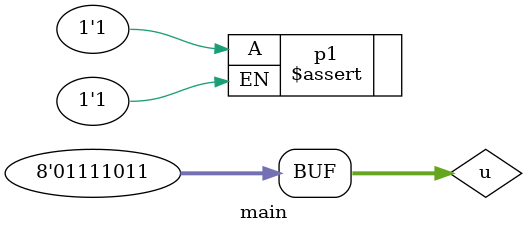
<source format=sv>
module main;

  union packed {
    // a struct inside a union
    struct packed {
      bit [7:0] field1;
    } field1;

    bit [7:0] field2;
  } u;

  initial begin
    u.field1.field1 = 123;
  end

  // Expected to pass.
  p1: assert property (u.field2 == 123);

endmodule

</source>
